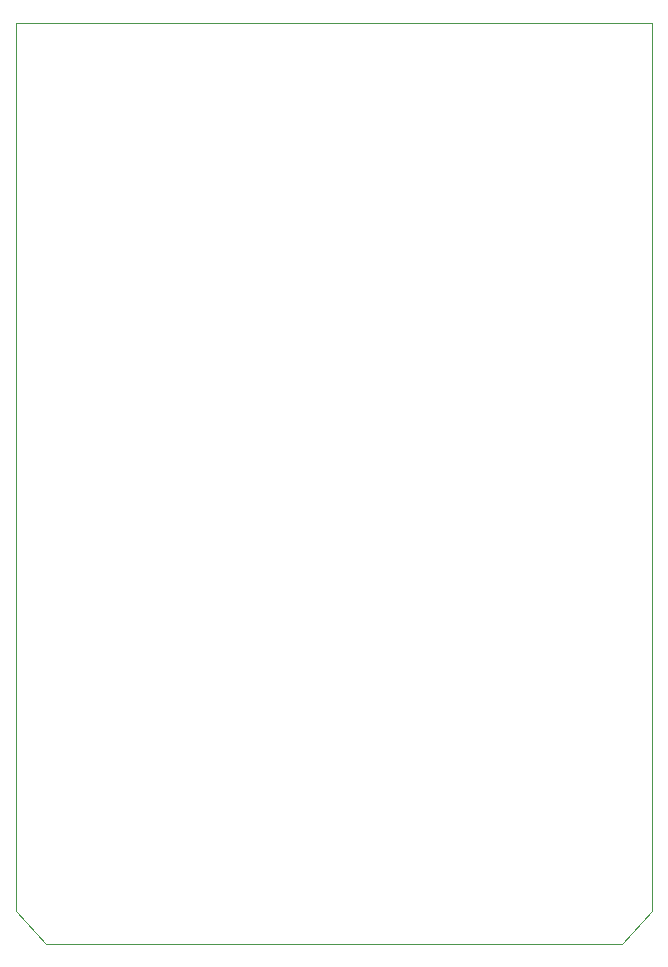
<source format=gbr>
%TF.GenerationSoftware,KiCad,Pcbnew,(5.1.9)-1*%
%TF.CreationDate,2022-11-09T15:03:56+01:00*%
%TF.ProjectId,Wemos UNO,57656d6f-7320-4554-9e4f-2e6b69636164,rev?*%
%TF.SameCoordinates,Original*%
%TF.FileFunction,Profile,NP*%
%FSLAX46Y46*%
G04 Gerber Fmt 4.6, Leading zero omitted, Abs format (unit mm)*
G04 Created by KiCad (PCBNEW (5.1.9)-1) date 2022-11-09 15:03:56*
%MOMM*%
%LPD*%
G01*
G04 APERTURE LIST*
%TA.AperFunction,Profile*%
%ADD10C,0.050000*%
%TD*%
G04 APERTURE END LIST*
D10*
X162306000Y-119380000D02*
X159766000Y-122174000D01*
X108458000Y-119380000D02*
X110998000Y-122174000D01*
X108458000Y-119380000D02*
X108458000Y-44196000D01*
X159766000Y-122174000D02*
X110998000Y-122174000D01*
X162306000Y-44196000D02*
X162306000Y-119380000D01*
X108458000Y-44196000D02*
X162306000Y-44196000D01*
M02*

</source>
